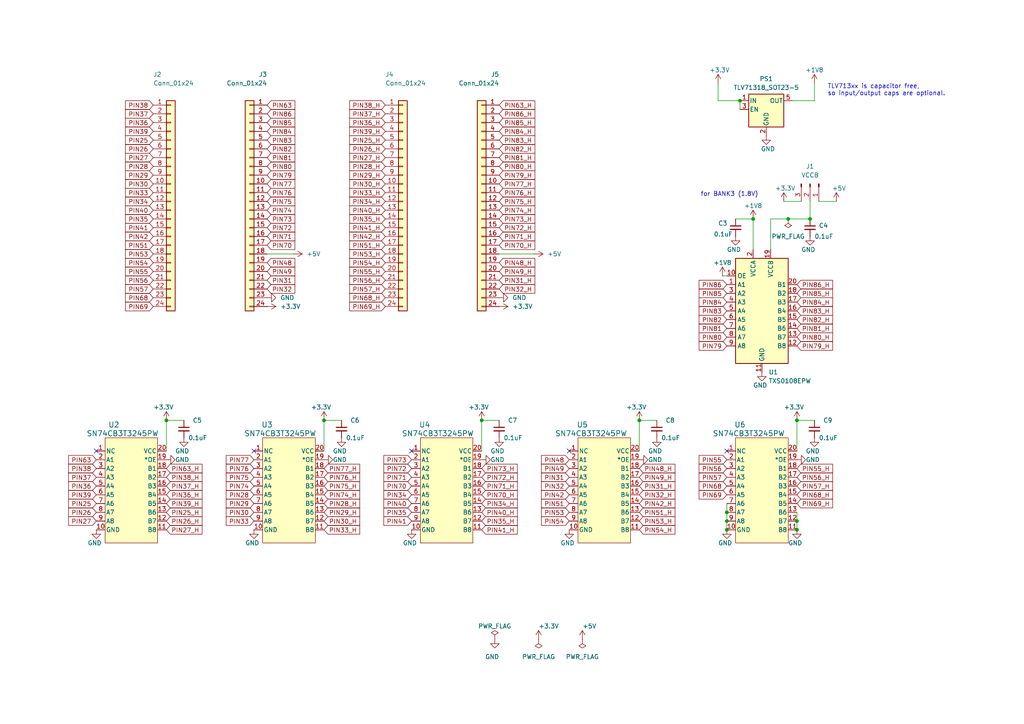
<source format=kicad_sch>
(kicad_sch (version 20231120) (generator "eeschema") (generator_version "8.0")
  (paper "A4")
  (title_block (title "5V interface for TangNano 9K") (date "2024-03-30") (rev "30") (company "Ryo Mukai"))
  (lib_symbols
    (symbol "000_MyLibrary:C_Small" (pin_numbers hide) (pin_names (offset 0.254) hide)
      (property "Reference" "C" (at 0.254 1.778 0))
      (property "Value" "C_Small" (at 0.254 -2.032 0))
      (symbol "C_Small_0_1"
        (polyline (pts (xy -1.524 -0.508) (xy 1.524 -0.508)) (stroke (width 0.3302)))
        (polyline (pts (xy -1.524 0.508) (xy 1.524 0.508)) (stroke (width 0.3048)))
      )
      (symbol "C_Small_1_1"
        (pin passive line (at 0 2.54 270) (length 2.032) (name "~") (number "1"))
        (pin passive line (at 0 -2.54 90) (length 2.032) (name "~") (number "2"))
      )
    )
    (symbol "000_MyLibrary:Conn_01x03_Male" (pin_names (offset 1.016) hide)
      (property "Reference" "J" (at 0 5.08 0))
      (property "Value" "Conn_01x03_Male" (at 0 -5.08 0))
      (symbol "Conn_01x03_Male_1_1"
        (polyline (pts (xy 1.27 -2.54) (xy 0.8636 -2.54)) (stroke (width 0.1524)))
        (polyline (pts (xy 1.27 0) (xy 0.8636 0)) (stroke (width 0.1524)))
        (polyline (pts (xy 1.27 2.54) (xy 0.8636 2.54)) (stroke (width 0.1524)))
        (rectangle (start 0.8636 -2.413) (end 0 -2.667) (stroke (width 0.1524)) (fill (type outline)))
        (rectangle (start 0.8636 0.127) (end 0 -0.127) (stroke (width 0.1524)) (fill (type outline)))
        (rectangle (start 0.8636 2.667) (end 0 2.413) (stroke (width 0.1524)) (fill (type outline)))
        (pin passive line (at 5.08 2.54 180) (length 3.81) (name "Pin_1") (number "1"))
        (pin passive line (at 5.08 0 180) (length 3.81) (name "Pin_2") (number "2"))
        (pin passive line (at 5.08 -2.54 180) (length 3.81) (name "Pin_3") (number "3"))
      )
    )
    (symbol "000_MyLibrary:Conn_01x24" (pin_names (offset 1.016) hide)
      (property "Reference" "J" (at 0 30.48 0))
      (property "Value" "Conn_01x24" (at 0 -33.02 0))
      (symbol "Conn_01x24_1_1"
        (rectangle (start -1.27 -30.353) (end 0 -30.607) (stroke (width 0.1524)))
        (rectangle (start -1.27 -27.813) (end 0 -28.067) (stroke (width 0.1524)))
        (rectangle (start -1.27 -25.273) (end 0 -25.527) (stroke (width 0.1524)))
        (rectangle (start -1.27 -22.733) (end 0 -22.987) (stroke (width 0.1524)))
        (rectangle (start -1.27 -20.193) (end 0 -20.447) (stroke (width 0.1524)))
        (rectangle (start -1.27 -17.653) (end 0 -17.907) (stroke (width 0.1524)))
        (rectangle (start -1.27 -15.113) (end 0 -15.367) (stroke (width 0.1524)))
        (rectangle (start -1.27 -12.573) (end 0 -12.827) (stroke (width 0.1524)))
        (rectangle (start -1.27 -10.033) (end 0 -10.287) (stroke (width 0.1524)))
        (rectangle (start -1.27 -7.493) (end 0 -7.747) (stroke (width 0.1524)))
        (rectangle (start -1.27 -4.953) (end 0 -5.207) (stroke (width 0.1524)))
        (rectangle (start -1.27 -2.413) (end 0 -2.667) (stroke (width 0.1524)))
        (rectangle (start -1.27 0.127) (end 0 -0.127) (stroke (width 0.1524)))
        (rectangle (start -1.27 2.667) (end 0 2.413) (stroke (width 0.1524)))
        (rectangle (start -1.27 5.207) (end 0 4.953) (stroke (width 0.1524)))
        (rectangle (start -1.27 7.747) (end 0 7.493) (stroke (width 0.1524)))
        (rectangle (start -1.27 10.287) (end 0 10.033) (stroke (width 0.1524)))
        (rectangle (start -1.27 12.827) (end 0 12.573) (stroke (width 0.1524)))
        (rectangle (start -1.27 15.367) (end 0 15.113) (stroke (width 0.1524)))
        (rectangle (start -1.27 17.907) (end 0 17.653) (stroke (width 0.1524)))
        (rectangle (start -1.27 20.447) (end 0 20.193) (stroke (width 0.1524)))
        (rectangle (start -1.27 22.987) (end 0 22.733) (stroke (width 0.1524)))
        (rectangle (start -1.27 25.527) (end 0 25.273) (stroke (width 0.1524)))
        (rectangle (start -1.27 28.067) (end 0 27.813) (stroke (width 0.1524)))
        (rectangle (start -1.27 29.21) (end 1.27 -31.75) (stroke (width 0.254)) (fill (type background)))
        (pin passive line (at -5.08 27.94 0) (length 3.81) (name "Pin_1") (number "1"))
        (pin passive line (at -5.08 5.08 0) (length 3.81) (name "Pin_10") (number "10"))
        (pin passive line (at -5.08 2.54 0) (length 3.81) (name "Pin_11") (number "11"))
        (pin passive line (at -5.08 0 0) (length 3.81) (name "Pin_12") (number "12"))
        (pin passive line (at -5.08 -2.54 0) (length 3.81) (name "Pin_13") (number "13"))
        (pin passive line (at -5.08 -5.08 0) (length 3.81) (name "Pin_14") (number "14"))
        (pin passive line (at -5.08 -7.62 0) (length 3.81) (name "Pin_15") (number "15"))
        (pin passive line (at -5.08 -10.16 0) (length 3.81) (name "Pin_16") (number "16"))
        (pin passive line (at -5.08 -12.7 0) (length 3.81) (name "Pin_17") (number "17"))
        (pin passive line (at -5.08 -15.24 0) (length 3.81) (name "Pin_18") (number "18"))
        (pin passive line (at -5.08 -17.78 0) (length 3.81) (name "Pin_19") (number "19"))
        (pin passive line (at -5.08 25.4 0) (length 3.81) (name "Pin_2") (number "2"))
        (pin passive line (at -5.08 -20.32 0) (length 3.81) (name "Pin_20") (number "20"))
        (pin passive line (at -5.08 -22.86 0) (length 3.81) (name "Pin_21") (number "21"))
        (pin passive line (at -5.08 -25.4 0) (length 3.81) (name "Pin_22") (number "22"))
        (pin passive line (at -5.08 -27.94 0) (length 3.81) (name "Pin_23") (number "23"))
        (pin passive line (at -5.08 -30.48 0) (length 3.81) (name "Pin_24") (number "24"))
        (pin passive line (at -5.08 22.86 0) (length 3.81) (name "Pin_3") (number "3"))
        (pin passive line (at -5.08 20.32 0) (length 3.81) (name "Pin_4") (number "4"))
        (pin passive line (at -5.08 17.78 0) (length 3.81) (name "Pin_5") (number "5"))
        (pin passive line (at -5.08 15.24 0) (length 3.81) (name "Pin_6") (number "6"))
        (pin passive line (at -5.08 12.7 0) (length 3.81) (name "Pin_7") (number "7"))
        (pin passive line (at -5.08 10.16 0) (length 3.81) (name "Pin_8") (number "8"))
        (pin passive line (at -5.08 7.62 0) (length 3.81) (name "Pin_9") (number "9"))
      )
    )
    (symbol "000_MyLibrary:SN74CB3T3245PW" (pin_names (offset 0.254))
      (property "Reference" "U" (at -2.54 10.16 0))
      (property "Value" "SN74CB3T3245PW" (at 7.62 7.62 0))
      (symbol "SN74CB3T3245PW_1_1"
        (rectangle (start 7.62 3.81) (end 22.86 -26.67) (fill (type background)))
        (pin unspecified line (at 5.08 0 0) (length 2.54) (name "NC") (number "1"))
        (pin power_in line (at 5.08 -22.86 0) (length 2.54) (name "GND") (number "10"))
        (pin bidirectional line (at 25.4 -22.86 180) (length 2.54) (name "B8") (number "11"))
        (pin bidirectional line (at 25.4 -20.32 180) (length 2.54) (name "B7") (number "12"))
        (pin bidirectional line (at 25.4 -17.78 180) (length 2.54) (name "B6") (number "13"))
        (pin bidirectional line (at 25.4 -15.24 180) (length 2.54) (name "B5") (number "14"))
        (pin bidirectional line (at 25.4 -12.7 180) (length 2.54) (name "B4") (number "15"))
        (pin bidirectional line (at 25.4 -10.16 180) (length 2.54) (name "B3") (number "16"))
        (pin bidirectional line (at 25.4 -7.62 180) (length 2.54) (name "B2") (number "17"))
        (pin bidirectional line (at 25.4 -5.08 180) (length 2.54) (name "B1") (number "18"))
        (pin input line (at 25.4 -2.54 180) (length 2.54) (name "*OE") (number "19"))
        (pin bidirectional line (at 5.08 -2.54 0) (length 2.54) (name "A1") (number "2"))
        (pin power_in line (at 25.4 0 180) (length 2.54) (name "VCC") (number "20"))
        (pin bidirectional line (at 5.08 -5.08 0) (length 2.54) (name "A2") (number "3"))
        (pin bidirectional line (at 5.08 -7.62 0) (length 2.54) (name "A3") (number "4"))
        (pin bidirectional line (at 5.08 -10.16 0) (length 2.54) (name "A4") (number "5"))
        (pin bidirectional line (at 5.08 -12.7 0) (length 2.54) (name "A5") (number "6"))
        (pin bidirectional line (at 5.08 -15.24 0) (length 2.54) (name "A6") (number "7"))
        (pin bidirectional line (at 5.08 -17.78 0) (length 2.54) (name "A7") (number "8"))
        (pin bidirectional line (at 5.08 -20.32 0) (length 2.54) (name "A8") (number "9"))
      )
    )
    (symbol "000_MyLibrary:TLV71318_SOT23-5" (pin_names (offset 0.254))
      (property "Reference" "PS" (at -3.81 5.715 0))
      (property "Value" "TLV71318_SOT23-5" (at 0 5.715 0))
      (symbol "TLV71318_SOT23-5_0_1"
        (rectangle (start -5.08 4.445) (end 5.08 -5.08) (stroke (width 0.254)) (fill (type background)))
      )
      (symbol "TLV71318_SOT23-5_1_1"
        (pin power_in line (at -7.62 2.54 0) (length 2.54) (name "IN") (number "1"))
        (pin power_in line (at 0 -7.62 90) (length 2.54) (name "GND") (number "2"))
        (pin input line (at -7.62 0 0) (length 2.54) (name "EN") (number "3"))
        (pin no_connect line (at 5.08 0 180) (length 2.54) hide (name "NC") (number "4"))
        (pin power_out line (at 7.62 2.54 180) (length 2.54) (name "OUT") (number "5"))
      )
    )
    (symbol "000_MyLibrary:TXS0108EPW"
      (property "Reference" "U" (at -6.35 16.51 0))
      (property "Value" "TXS0108EPW" (at 3.81 16.51 0))
      (symbol "TXS0108EPW_0_1"
        (rectangle (start -7.62 15.24) (end 7.62 -15.24) (stroke (width 0.254)) (fill (type background)))
      )
      (symbol "TXS0108EPW_1_1"
        (pin bidirectional line (at -10.16 7.62 0) (length 2.54) (name "A1") (number "1"))
        (pin input line (at -10.16 10.16 0) (length 2.54) (name "OE") (number "10"))
        (pin power_in line (at 0 -17.78 90) (length 2.54) (name "GND") (number "11"))
        (pin bidirectional line (at 10.16 -10.16 180) (length 2.54) (name "B8") (number "12"))
        (pin bidirectional line (at 10.16 -7.62 180) (length 2.54) (name "B7") (number "13"))
        (pin bidirectional line (at 10.16 -5.08 180) (length 2.54) (name "B6") (number "14"))
        (pin bidirectional line (at 10.16 -2.54 180) (length 2.54) (name "B5") (number "15"))
        (pin bidirectional line (at 10.16 0 180) (length 2.54) (name "B4") (number "16"))
        (pin bidirectional line (at 10.16 2.54 180) (length 2.54) (name "B3") (number "17"))
        (pin bidirectional line (at 10.16 5.08 180) (length 2.54) (name "B2") (number "18"))
        (pin power_in line (at 2.54 17.78 270) (length 2.54) (name "VCCB") (number "19"))
        (pin power_in line (at -2.54 17.78 270) (length 2.54) (name "VCCA") (number "2"))
        (pin bidirectional line (at 10.16 7.62 180) (length 2.54) (name "B1") (number "20"))
        (pin bidirectional line (at -10.16 5.08 0) (length 2.54) (name "A2") (number "3"))
        (pin bidirectional line (at -10.16 2.54 0) (length 2.54) (name "A3") (number "4"))
        (pin bidirectional line (at -10.16 0 0) (length 2.54) (name "A4") (number "5"))
        (pin bidirectional line (at -10.16 -2.54 0) (length 2.54) (name "A5") (number "6"))
        (pin bidirectional line (at -10.16 -5.08 0) (length 2.54) (name "A6") (number "7"))
        (pin bidirectional line (at -10.16 -7.62 0) (length 2.54) (name "A7") (number "8"))
        (pin bidirectional line (at -10.16 -10.16 0) (length 2.54) (name "A8") (number "9"))
      )
    )
    (symbol "power:+1V8" (power) (pin_numbers hide) (pin_names (offset 0) hide)
      (property "Value" "+1V8" (at 0 3.556 0))
      (symbol "+1V8_0_1"
        (polyline (pts (xy -0.762 1.27) (xy 0 2.54)))
        (polyline (pts (xy 0 0) (xy 0 2.54)))
        (polyline (pts (xy 0 2.54) (xy 0.762 1.27)))
      )
      (symbol "+1V8_1_1"
        (pin power_in line (at 0 0 90) (length 0) (name "~") (number "1"))
      )
    )
    (symbol "power:+3.3V" (power) (pin_numbers hide) (pin_names (offset 0) hide)
      (property "Value" "+3.3V" (at 0 3.556 0))
      (symbol "+3.3V_0_1"
        (polyline (pts (xy -0.762 1.27) (xy 0 2.54)))
        (polyline (pts (xy 0 0) (xy 0 2.54)))
        (polyline (pts (xy 0 2.54) (xy 0.762 1.27)))
      )
      (symbol "+3.3V_1_1"
        (pin power_in line (at 0 0 90) (length 0) (name "~") (number "1"))
      )
    )
    (symbol "power:+5V" (power) (pin_numbers hide) (pin_names (offset 0) hide)
      (property "Value" "+5V" (at 0 3.556 0))
      (symbol "+5V_0_1"
        (polyline (pts (xy -0.762 1.27) (xy 0 2.54)))
        (polyline (pts (xy 0 0) (xy 0 2.54)))
        (polyline (pts (xy 0 2.54) (xy 0.762 1.27)))
      )
      (symbol "+5V_1_1"
        (pin power_in line (at 0 0 90) (length 0) (name "~") (number "1"))
      )
    )
    (symbol "power:GND" (power) (pin_numbers hide) (pin_names (offset 0) hide)
      (property "Value" "GND" (at 0 -3.81 0))
      (symbol "GND_0_1"
        (polyline (pts (xy 0 0) (xy 0 -1.27) (xy 1.27 -1.27) (xy 0 -2.54) (xy -1.27 -1.27) (xy 0 -1.27)))
      )
      (symbol "GND_1_1"
        (pin power_in line (at 0 0 270) (length 0) (name "~") (number "1"))
      )
    )
    (symbol "power:PWR_FLAG" (power) (pin_numbers hide) (pin_names (offset 0) hide)
      (property "Value" "PWR_FLAG" (at 0 3.81 0))
      (symbol "PWR_FLAG_0_0"
        (pin power_out line (at 0 0 90) (length 0) (name "~") (number "1"))
      )
      (symbol "PWR_FLAG_0_1"
        (polyline (pts (xy 0 0) (xy 0 1.27) (xy -1.016 1.905) (xy 0 2.54) (xy 1.016 1.905) (xy 0 1.27)))
      )
    )
  )
  (junction (at 228.6 63.5))
  (junction (at 234.95 63.5))
  (junction (at 185.42 121.92))
  (junction (at 210.82 151.13))
  (junction (at 231.14 153.67))
  (junction (at 210.82 148.59))
  (junction (at 231.14 121.92))
  (junction (at 231.14 151.13))
  (junction (at 93.98 121.92))
  (junction (at 48.26 121.92))
  (junction (at 218.44 63.5))
  (junction (at 139.7 121.92))
  (junction (at 210.82 153.67))
  (junction (at 214.63 29.21))
  (no_connect (at 210.82 130.81))
  (no_connect (at 73.66 130.81))
  (no_connect (at 27.94 130.81))
  (no_connect (at 119.38 130.81))
  (no_connect (at 165.1 130.81))
  (wire (pts (xy 48.26 121.92) (xy 53.34 121.92)))
  (wire (pts (xy 185.42 121.92) (xy 185.42 130.81)))
  (wire (pts (xy 210.82 146.05) (xy 210.82 148.59)))
  (wire (pts (xy 231.14 121.92) (xy 231.14 130.81)))
  (wire (pts (xy 208.28 29.21) (xy 214.63 29.21)))
  (wire (pts (xy 213.36 63.5) (xy 218.44 63.5)))
  (wire (pts (xy 234.95 58.42) (xy 234.95 63.5)))
  (wire (pts (xy 208.28 24.13) (xy 208.28 29.21)))
  (wire (pts (xy 85.09 73.66) (xy 77.47 73.66)))
  (wire (pts (xy 93.98 121.92) (xy 93.98 130.81)))
  (wire (pts (xy 227.33 58.42) (xy 232.41 58.42)))
  (wire (pts (xy 223.52 63.5) (xy 223.52 72.39)))
  (wire (pts (xy 229.87 29.21) (xy 236.22 29.21)))
  (wire (pts (xy 231.14 151.13) (xy 231.14 153.67)))
  (wire (pts (xy 236.22 24.13) (xy 236.22 29.21)))
  (wire (pts (xy 185.42 121.92) (xy 190.5 121.92)))
  (wire (pts (xy 48.26 121.92) (xy 48.26 130.81)))
  (wire (pts (xy 139.7 121.92) (xy 139.7 130.81)))
  (wire (pts (xy 210.82 151.13) (xy 210.82 153.67)))
  (wire (pts (xy 223.52 63.5) (xy 228.6 63.5)))
  (wire (pts (xy 228.6 63.5) (xy 234.95 63.5)))
  (wire (pts (xy 93.98 121.92) (xy 99.06 121.92)))
  (wire (pts (xy 237.49 58.42) (xy 242.57 58.42)))
  (wire (pts (xy 231.14 121.92) (xy 236.22 121.92)))
  (wire (pts (xy 218.44 63.5) (xy 218.44 72.39)))
  (wire (pts (xy 210.82 148.59) (xy 210.82 151.13)))
  (wire (pts (xy 209.55 80.01) (xy 210.82 80.01)))
  (wire (pts (xy 154.94 73.66) (xy 144.78 73.66)))
  (wire (pts (xy 231.14 148.59) (xy 231.14 151.13)))
  (wire (pts (xy 139.7 121.92) (xy 144.78 121.92)))
  (wire (pts (xy 214.63 29.21) (xy 214.63 31.75)))
  (text "for BANK3 (1.8V)" (at 203.2 57.15 0) (effects (font (size 1.27 1.27)) (justify left bottom)))
  (text "TLV713xx is capacitor free,\nso input/output caps are optional." (at 240.03 27.94 0) (effects (font (size 1.27 1.27)) (justify left bottom)))
  (global_label "PIN71" (shape input) (at 77.47 68.58 0) (property "Intersheetrefs" "${INTERSHEET_REFS}" (effects (hide yes))))
  (global_label "PIN48" (shape input) (at 165.1 133.35 180) (property "Intersheetrefs" "${INTERSHEET_REFS}" (effects (hide yes))))
  (global_label "PIN31" (shape input) (at 77.47 81.28 0) (property "Intersheetrefs" "${INTERSHEET_REFS}" (effects (hide yes))))
  (global_label "PIN26_H" (shape input) (at 111.76 43.18 180) (property "Intersheetrefs" "${INTERSHEET_REFS}" (effects (hide yes))))
  (global_label "PIN86" (shape input) (at 210.82 82.55 180) (property "Intersheetrefs" "${INTERSHEET_REFS}" (effects (hide yes))))
  (global_label "PIN63" (shape input) (at 77.47 30.48 0) (property "Intersheetrefs" "${INTERSHEET_REFS}" (effects (hide yes))))
  (global_label "PIN37" (shape input) (at 27.94 138.43 180) (property "Intersheetrefs" "${INTERSHEET_REFS}" (effects (hide yes))))
  (global_label "PIN35_H" (shape input) (at 111.76 63.5 180) (property "Intersheetrefs" "${INTERSHEET_REFS}" (effects (hide yes))))
  (global_label "PIN51_H" (shape input) (at 185.42 148.59 0) (property "Intersheetrefs" "${INTERSHEET_REFS}" (effects (hide yes))))
  (global_label "PIN77" (shape input) (at 77.47 53.34 0) (property "Intersheetrefs" "${INTERSHEET_REFS}" (effects (hide yes))))
  (global_label "PIN79_H" (shape input) (at 144.78 50.8 0) (property "Intersheetrefs" "${INTERSHEET_REFS}" (effects (hide yes))))
  (global_label "PIN29" (shape input) (at 44.45 50.8 180) (property "Intersheetrefs" "${INTERSHEET_REFS}" (effects (hide yes))))
  (global_label "PIN75_H" (shape input) (at 93.98 140.97 0) (property "Intersheetrefs" "${INTERSHEET_REFS}" (effects (hide yes))))
  (global_label "PIN81_H" (shape input) (at 144.78 45.72 0) (property "Intersheetrefs" "${INTERSHEET_REFS}" (effects (hide yes))))
  (global_label "PIN81" (shape input) (at 77.47 45.72 0) (property "Intersheetrefs" "${INTERSHEET_REFS}" (effects (hide yes))))
  (global_label "PIN25" (shape input) (at 27.94 146.05 180) (property "Intersheetrefs" "${INTERSHEET_REFS}" (effects (hide yes))))
  (global_label "PIN83_H" (shape input) (at 231.14 90.17 0) (property "Intersheetrefs" "${INTERSHEET_REFS}" (effects (hide yes))))
  (global_label "PIN34" (shape input) (at 44.45 58.42 180) (property "Intersheetrefs" "${INTERSHEET_REFS}" (effects (hide yes))))
  (global_label "PIN57" (shape input) (at 210.82 138.43 180) (property "Intersheetrefs" "${INTERSHEET_REFS}" (effects (hide yes))))
  (global_label "PIN25_H" (shape input) (at 48.26 148.59 0) (property "Intersheetrefs" "${INTERSHEET_REFS}" (effects (hide yes))))
  (global_label "PIN75_H" (shape input) (at 144.78 58.42 0) (property "Intersheetrefs" "${INTERSHEET_REFS}" (effects (hide yes))))
  (global_label "PIN69_H" (shape input) (at 111.76 88.9 180) (property "Intersheetrefs" "${INTERSHEET_REFS}" (effects (hide yes))))
  (global_label "PIN49" (shape input) (at 77.47 78.74 0) (property "Intersheetrefs" "${INTERSHEET_REFS}" (effects (hide yes))))
  (global_label "PIN49_H" (shape input) (at 144.78 78.74 0) (property "Intersheetrefs" "${INTERSHEET_REFS}" (effects (hide yes))))
  (global_label "PIN28" (shape input) (at 73.66 143.51 180) (property "Intersheetrefs" "${INTERSHEET_REFS}" (effects (hide yes))))
  (global_label "PIN83_H" (shape input) (at 144.78 40.64 0) (property "Intersheetrefs" "${INTERSHEET_REFS}" (effects (hide yes))))
  (global_label "PIN48_H" (shape input) (at 144.78 76.2 0) (property "Intersheetrefs" "${INTERSHEET_REFS}" (effects (hide yes))))
  (global_label "PIN82" (shape input) (at 77.47 43.18 0) (property "Intersheetrefs" "${INTERSHEET_REFS}" (effects (hide yes))))
  (global_label "PIN69_H" (shape input) (at 231.14 146.05 0) (property "Intersheetrefs" "${INTERSHEET_REFS}" (effects (hide yes))))
  (global_label "PIN85" (shape input) (at 210.82 85.09 180) (property "Intersheetrefs" "${INTERSHEET_REFS}" (effects (hide yes))))
  (global_label "PIN77" (shape input) (at 73.66 133.35 180) (property "Intersheetrefs" "${INTERSHEET_REFS}" (effects (hide yes))))
  (global_label "PIN72_H" (shape input) (at 144.78 66.04 0) (property "Intersheetrefs" "${INTERSHEET_REFS}" (effects (hide yes))))
  (global_label "PIN28_H" (shape input) (at 111.76 48.26 180) (property "Intersheetrefs" "${INTERSHEET_REFS}" (effects (hide yes))))
  (global_label "PIN74" (shape input) (at 77.47 60.96 0) (property "Intersheetrefs" "${INTERSHEET_REFS}" (effects (hide yes))))
  (global_label "PIN68_H" (shape input) (at 111.76 86.36 180) (property "Intersheetrefs" "${INTERSHEET_REFS}" (effects (hide yes))))
  (global_label "PIN82" (shape input) (at 210.82 92.71 180) (property "Intersheetrefs" "${INTERSHEET_REFS}" (effects (hide yes))))
  (global_label "PIN40_H" (shape input) (at 139.7 148.59 0) (property "Intersheetrefs" "${INTERSHEET_REFS}" (effects (hide yes))))
  (global_label "PIN56" (shape input) (at 210.82 135.89 180) (property "Intersheetrefs" "${INTERSHEET_REFS}" (effects (hide yes))))
  (global_label "PIN40_H" (shape input) (at 111.76 60.96 180) (property "Intersheetrefs" "${INTERSHEET_REFS}" (effects (hide yes))))
  (global_label "PIN42" (shape input) (at 44.45 68.58 180) (property "Intersheetrefs" "${INTERSHEET_REFS}" (effects (hide yes))))
  (global_label "PIN34" (shape input) (at 119.38 143.51 180) (property "Intersheetrefs" "${INTERSHEET_REFS}" (effects (hide yes))))
  (global_label "PIN28_H" (shape input) (at 93.98 146.05 0) (property "Intersheetrefs" "${INTERSHEET_REFS}" (effects (hide yes))))
  (global_label "PIN25" (shape input) (at 44.45 40.64 180) (property "Intersheetrefs" "${INTERSHEET_REFS}" (effects (hide yes))))
  (global_label "PIN29_H" (shape input) (at 111.76 50.8 180) (property "Intersheetrefs" "${INTERSHEET_REFS}" (effects (hide yes))))
  (global_label "PIN55_H" (shape input) (at 231.14 135.89 0) (property "Intersheetrefs" "${INTERSHEET_REFS}" (effects (hide yes))))
  (global_label "PIN83" (shape input) (at 210.82 90.17 180) (property "Intersheetrefs" "${INTERSHEET_REFS}" (effects (hide yes))))
  (global_label "PIN39_H" (shape input) (at 111.76 38.1 180) (property "Intersheetrefs" "${INTERSHEET_REFS}" (effects (hide yes))))
  (global_label "PIN42_H" (shape input) (at 111.76 68.58 180) (property "Intersheetrefs" "${INTERSHEET_REFS}" (effects (hide yes))))
  (global_label "PIN79" (shape input) (at 210.82 100.33 180) (property "Intersheetrefs" "${INTERSHEET_REFS}" (effects (hide yes))))
  (global_label "PIN31_H" (shape input) (at 185.42 140.97 0) (property "Intersheetrefs" "${INTERSHEET_REFS}" (effects (hide yes))))
  (global_label "PIN80_H" (shape input) (at 144.78 48.26 0) (property "Intersheetrefs" "${INTERSHEET_REFS}" (effects (hide yes))))
  (global_label "PIN40" (shape input) (at 119.38 146.05 180) (property "Intersheetrefs" "${INTERSHEET_REFS}" (effects (hide yes))))
  (global_label "PIN57_H" (shape input) (at 111.76 83.82 180) (property "Intersheetrefs" "${INTERSHEET_REFS}" (effects (hide yes))))
  (global_label "PIN40" (shape input) (at 44.45 60.96 180) (property "Intersheetrefs" "${INTERSHEET_REFS}" (effects (hide yes))))
  (global_label "PIN84_H" (shape input) (at 144.78 38.1 0) (property "Intersheetrefs" "${INTERSHEET_REFS}" (effects (hide yes))))
  (global_label "PIN56_H" (shape input) (at 111.76 81.28 180) (property "Intersheetrefs" "${INTERSHEET_REFS}" (effects (hide yes))))
  (global_label "PIN54_H" (shape input) (at 111.76 76.2 180) (property "Intersheetrefs" "${INTERSHEET_REFS}" (effects (hide yes))))
  (global_label "PIN42" (shape input) (at 165.1 143.51 180) (property "Intersheetrefs" "${INTERSHEET_REFS}" (effects (hide yes))))
  (global_label "PIN76_H" (shape input) (at 93.98 138.43 0) (property "Intersheetrefs" "${INTERSHEET_REFS}" (effects (hide yes))))
  (global_label "PIN38_H" (shape input) (at 48.26 138.43 0) (property "Intersheetrefs" "${INTERSHEET_REFS}" (effects (hide yes))))
  (global_label "PIN63" (shape input) (at 27.94 133.35 180) (property "Intersheetrefs" "${INTERSHEET_REFS}" (effects (hide yes))))
  (global_label "PIN29_H" (shape input) (at 93.98 148.59 0) (property "Intersheetrefs" "${INTERSHEET_REFS}" (effects (hide yes))))
  (global_label "PIN51" (shape input) (at 44.45 71.12 180) (property "Intersheetrefs" "${INTERSHEET_REFS}" (effects (hide yes))))
  (global_label "PIN32" (shape input) (at 165.1 140.97 180) (property "Intersheetrefs" "${INTERSHEET_REFS}" (effects (hide yes))))
  (global_label "PIN84" (shape input) (at 210.82 87.63 180) (property "Intersheetrefs" "${INTERSHEET_REFS}" (effects (hide yes))))
  (global_label "PIN76" (shape input) (at 77.47 55.88 0) (property "Intersheetrefs" "${INTERSHEET_REFS}" (effects (hide yes))))
  (global_label "PIN82_H" (shape input) (at 144.78 43.18 0) (property "Intersheetrefs" "${INTERSHEET_REFS}" (effects (hide yes))))
  (global_label "PIN86_H" (shape input) (at 231.14 82.55 0) (property "Intersheetrefs" "${INTERSHEET_REFS}" (effects (hide yes))))
  (global_label "PIN80" (shape input) (at 210.82 97.79 180) (property "Intersheetrefs" "${INTERSHEET_REFS}" (effects (hide yes))))
  (global_label "PIN70" (shape input) (at 119.38 140.97 180) (property "Intersheetrefs" "${INTERSHEET_REFS}" (effects (hide yes))))
  (global_label "PIN55" (shape input) (at 210.82 133.35 180) (property "Intersheetrefs" "${INTERSHEET_REFS}" (effects (hide yes))))
  (global_label "PIN57" (shape input) (at 44.45 83.82 180) (property "Intersheetrefs" "${INTERSHEET_REFS}" (effects (hide yes))))
  (global_label "PIN37_H" (shape input) (at 48.26 140.97 0) (property "Intersheetrefs" "${INTERSHEET_REFS}" (effects (hide yes))))
  (global_label "PIN53" (shape input) (at 44.45 73.66 180) (property "Intersheetrefs" "${INTERSHEET_REFS}" (effects (hide yes))))
  (global_label "PIN56_H" (shape input) (at 231.14 138.43 0) (property "Intersheetrefs" "${INTERSHEET_REFS}" (effects (hide yes))))
  (global_label "PIN75" (shape input) (at 73.66 138.43 180) (property "Intersheetrefs" "${INTERSHEET_REFS}" (effects (hide yes))))
  (global_label "PIN37_H" (shape input) (at 111.76 33.02 180) (property "Intersheetrefs" "${INTERSHEET_REFS}" (effects (hide yes))))
  (global_label "PIN30" (shape input) (at 73.66 148.59 180) (property "Intersheetrefs" "${INTERSHEET_REFS}" (effects (hide yes))))
  (global_label "PIN41_H" (shape input) (at 139.7 153.67 0) (property "Intersheetrefs" "${INTERSHEET_REFS}" (effects (hide yes))))
  (global_label "PIN42_H" (shape input) (at 185.42 146.05 0) (property "Intersheetrefs" "${INTERSHEET_REFS}" (effects (hide yes))))
  (global_label "PIN85" (shape input) (at 77.47 35.56 0) (property "Intersheetrefs" "${INTERSHEET_REFS}" (effects (hide yes))))
  (global_label "PIN77_H" (shape input) (at 144.78 53.34 0) (property "Intersheetrefs" "${INTERSHEET_REFS}" (effects (hide yes))))
  (global_label "PIN68" (shape input) (at 210.82 140.97 180) (property "Intersheetrefs" "${INTERSHEET_REFS}" (effects (hide yes))))
  (global_label "PIN37" (shape input) (at 44.45 33.02 180) (property "Intersheetrefs" "${INTERSHEET_REFS}" (effects (hide yes))))
  (global_label "PIN41" (shape input) (at 119.38 151.13 180) (property "Intersheetrefs" "${INTERSHEET_REFS}" (effects (hide yes))))
  (global_label "PIN82_H" (shape input) (at 231.14 92.71 0) (property "Intersheetrefs" "${INTERSHEET_REFS}" (effects (hide yes))))
  (global_label "PIN73_H" (shape input) (at 144.78 63.5 0) (property "Intersheetrefs" "${INTERSHEET_REFS}" (effects (hide yes))))
  (global_label "PIN73_H" (shape input) (at 139.7 135.89 0) (property "Intersheetrefs" "${INTERSHEET_REFS}" (effects (hide yes))))
  (global_label "PIN72" (shape input) (at 77.47 66.04 0) (property "Intersheetrefs" "${INTERSHEET_REFS}" (effects (hide yes))))
  (global_label "PIN39" (shape input) (at 44.45 38.1 180) (property "Intersheetrefs" "${INTERSHEET_REFS}" (effects (hide yes))))
  (global_label "PIN55_H" (shape input) (at 111.76 78.74 180) (property "Intersheetrefs" "${INTERSHEET_REFS}" (effects (hide yes))))
  (global_label "PIN27_H" (shape input) (at 48.26 153.67 0) (property "Intersheetrefs" "${INTERSHEET_REFS}" (effects (hide yes))))
  (global_label "PIN80" (shape input) (at 77.47 48.26 0) (property "Intersheetrefs" "${INTERSHEET_REFS}" (effects (hide yes))))
  (global_label "PIN35" (shape input) (at 44.45 63.5 180) (property "Intersheetrefs" "${INTERSHEET_REFS}" (effects (hide yes))))
  (global_label "PIN38_H" (shape input) (at 111.76 30.48 180) (property "Intersheetrefs" "${INTERSHEET_REFS}" (effects (hide yes))))
  (global_label "PIN54_H" (shape input) (at 185.42 153.67 0) (property "Intersheetrefs" "${INTERSHEET_REFS}" (effects (hide yes))))
  (global_label "PIN71" (shape input) (at 119.38 138.43 180) (property "Intersheetrefs" "${INTERSHEET_REFS}" (effects (hide yes))))
  (global_label "PIN34_H" (shape input) (at 111.76 58.42 180) (property "Intersheetrefs" "${INTERSHEET_REFS}" (effects (hide yes))))
  (global_label "PIN84" (shape input) (at 77.47 38.1 0) (property "Intersheetrefs" "${INTERSHEET_REFS}" (effects (hide yes))))
  (global_label "PIN84_H" (shape input) (at 231.14 87.63 0) (property "Intersheetrefs" "${INTERSHEET_REFS}" (effects (hide yes))))
  (global_label "PIN86_H" (shape input) (at 144.78 33.02 0) (property "Intersheetrefs" "${INTERSHEET_REFS}" (effects (hide yes))))
  (global_label "PIN33_H" (shape input) (at 93.98 153.67 0) (property "Intersheetrefs" "${INTERSHEET_REFS}" (effects (hide yes))))
  (global_label "PIN73" (shape input) (at 77.47 63.5 0) (property "Intersheetrefs" "${INTERSHEET_REFS}" (effects (hide yes))))
  (global_label "PIN72" (shape input) (at 119.38 135.89 180) (property "Intersheetrefs" "${INTERSHEET_REFS}" (effects (hide yes))))
  (global_label "PIN31" (shape input) (at 165.1 138.43 180) (property "Intersheetrefs" "${INTERSHEET_REFS}" (effects (hide yes))))
  (global_label "PIN72_H" (shape input) (at 139.7 138.43 0) (property "Intersheetrefs" "${INTERSHEET_REFS}" (effects (hide yes))))
  (global_label "PIN68" (shape input) (at 44.45 86.36 180) (property "Intersheetrefs" "${INTERSHEET_REFS}" (effects (hide yes))))
  (global_label "PIN35" (shape input) (at 119.38 148.59 180) (property "Intersheetrefs" "${INTERSHEET_REFS}" (effects (hide yes))))
  (global_label "PIN25_H" (shape input) (at 111.76 40.64 180) (property "Intersheetrefs" "${INTERSHEET_REFS}" (effects (hide yes))))
  (global_label "PIN53_H" (shape input) (at 185.42 151.13 0) (property "Intersheetrefs" "${INTERSHEET_REFS}" (effects (hide yes))))
  (global_label "PIN38" (shape input) (at 44.45 30.48 180) (property "Intersheetrefs" "${INTERSHEET_REFS}" (effects (hide yes))))
  (global_label "PIN85_H" (shape input) (at 144.78 35.56 0) (property "Intersheetrefs" "${INTERSHEET_REFS}" (effects (hide yes))))
  (global_label "PIN80_H" (shape input) (at 231.14 97.79 0) (property "Intersheetrefs" "${INTERSHEET_REFS}" (effects (hide yes))))
  (global_label "PIN70_H" (shape input) (at 139.7 143.51 0) (property "Intersheetrefs" "${INTERSHEET_REFS}" (effects (hide yes))))
  (global_label "PIN54" (shape input) (at 44.45 76.2 180) (property "Intersheetrefs" "${INTERSHEET_REFS}" (effects (hide yes))))
  (global_label "PIN32" (shape input) (at 77.47 83.82 0) (property "Intersheetrefs" "${INTERSHEET_REFS}" (effects (hide yes))))
  (global_label "PIN71_H" (shape input) (at 144.78 68.58 0) (property "Intersheetrefs" "${INTERSHEET_REFS}" (effects (hide yes))))
  (global_label "PIN55" (shape input) (at 44.45 78.74 180) (property "Intersheetrefs" "${INTERSHEET_REFS}" (effects (hide yes))))
  (global_label "PIN28" (shape input) (at 44.45 48.26 180) (property "Intersheetrefs" "${INTERSHEET_REFS}" (effects (hide yes))))
  (global_label "PIN36" (shape input) (at 27.94 140.97 180) (property "Intersheetrefs" "${INTERSHEET_REFS}" (effects (hide yes))))
  (global_label "PIN70_H" (shape input) (at 144.78 71.12 0) (property "Intersheetrefs" "${INTERSHEET_REFS}" (effects (hide yes))))
  (global_label "PIN30_H" (shape input) (at 93.98 151.13 0) (property "Intersheetrefs" "${INTERSHEET_REFS}" (effects (hide yes))))
  (global_label "PIN57_H" (shape input) (at 231.14 140.97 0) (property "Intersheetrefs" "${INTERSHEET_REFS}" (effects (hide yes))))
  (global_label "PIN29" (shape input) (at 73.66 146.05 180) (property "Intersheetrefs" "${INTERSHEET_REFS}" (effects (hide yes))))
  (global_label "PIN27_H" (shape input) (at 111.76 45.72 180) (property "Intersheetrefs" "${INTERSHEET_REFS}" (effects (hide yes))))
  (global_label "PIN51" (shape input) (at 165.1 146.05 180) (property "Intersheetrefs" "${INTERSHEET_REFS}" (effects (hide yes))))
  (global_label "PIN26" (shape input) (at 27.94 148.59 180) (property "Intersheetrefs" "${INTERSHEET_REFS}" (effects (hide yes))))
  (global_label "PIN36_H" (shape input) (at 111.76 35.56 180) (property "Intersheetrefs" "${INTERSHEET_REFS}" (effects (hide yes))))
  (global_label "PIN27" (shape input) (at 44.45 45.72 180) (property "Intersheetrefs" "${INTERSHEET_REFS}" (effects (hide yes))))
  (global_label "PIN70" (shape input) (at 77.47 71.12 0) (property "Intersheetrefs" "${INTERSHEET_REFS}" (effects (hide yes))))
  (global_label "PIN32_H" (shape input) (at 144.78 83.82 0) (property "Intersheetrefs" "${INTERSHEET_REFS}" (effects (hide yes))))
  (global_label "PIN38" (shape input) (at 27.94 135.89 180) (property "Intersheetrefs" "${INTERSHEET_REFS}" (effects (hide yes))))
  (global_label "PIN51_H" (shape input) (at 111.76 71.12 180) (property "Intersheetrefs" "${INTERSHEET_REFS}" (effects (hide yes))))
  (global_label "PIN68_H" (shape input) (at 231.14 143.51 0) (property "Intersheetrefs" "${INTERSHEET_REFS}" (effects (hide yes))))
  (global_label "PIN39_H" (shape input) (at 48.26 146.05 0) (property "Intersheetrefs" "${INTERSHEET_REFS}" (effects (hide yes))))
  (global_label "PIN32_H" (shape input) (at 185.42 143.51 0) (property "Intersheetrefs" "${INTERSHEET_REFS}" (effects (hide yes))))
  (global_label "PIN63_H" (shape input) (at 48.26 135.89 0) (property "Intersheetrefs" "${INTERSHEET_REFS}" (effects (hide yes))))
  (global_label "PIN85_H" (shape input) (at 231.14 85.09 0) (property "Intersheetrefs" "${INTERSHEET_REFS}" (effects (hide yes))))
  (global_label "PIN26" (shape input) (at 44.45 43.18 180) (property "Intersheetrefs" "${INTERSHEET_REFS}" (effects (hide yes))))
  (global_label "PIN73" (shape input) (at 119.38 133.35 180) (property "Intersheetrefs" "${INTERSHEET_REFS}" (effects (hide yes))))
  (global_label "PIN75" (shape input) (at 77.47 58.42 0) (property "Intersheetrefs" "${INTERSHEET_REFS}" (effects (hide yes))))
  (global_label "PIN36" (shape input) (at 44.45 35.56 180) (property "Intersheetrefs" "${INTERSHEET_REFS}" (effects (hide yes))))
  (global_label "PIN26_H" (shape input) (at 48.26 151.13 0) (property "Intersheetrefs" "${INTERSHEET_REFS}" (effects (hide yes))))
  (global_label "PIN81" (shape input) (at 210.82 95.25 180) (property "Intersheetrefs" "${INTERSHEET_REFS}" (effects (hide yes))))
  (global_label "PIN33_H" (shape input) (at 111.76 55.88 180) (property "Intersheetrefs" "${INTERSHEET_REFS}" (effects (hide yes))))
  (global_label "PIN81_H" (shape input) (at 231.14 95.25 0) (property "Intersheetrefs" "${INTERSHEET_REFS}" (effects (hide yes))))
  (global_label "PIN74_H" (shape input) (at 144.78 60.96 0) (property "Intersheetrefs" "${INTERSHEET_REFS}" (effects (hide yes))))
  (global_label "PIN53_H" (shape input) (at 111.76 73.66 180) (property "Intersheetrefs" "${INTERSHEET_REFS}" (effects (hide yes))))
  (global_label "PIN34_H" (shape input) (at 139.7 146.05 0) (property "Intersheetrefs" "${INTERSHEET_REFS}" (effects (hide yes))))
  (global_label "PIN69" (shape input) (at 210.82 143.51 180) (property "Intersheetrefs" "${INTERSHEET_REFS}" (effects (hide yes))))
  (global_label "PIN33" (shape input) (at 44.45 55.88 180) (property "Intersheetrefs" "${INTERSHEET_REFS}" (effects (hide yes))))
  (global_label "PIN49_H" (shape input) (at 185.42 138.43 0) (property "Intersheetrefs" "${INTERSHEET_REFS}" (effects (hide yes))))
  (global_label "PIN36_H" (shape input) (at 48.26 143.51 0) (property "Intersheetrefs" "${INTERSHEET_REFS}" (effects (hide yes))))
  (global_label "PIN54" (shape input) (at 165.1 151.13 180) (property "Intersheetrefs" "${INTERSHEET_REFS}" (effects (hide yes))))
  (global_label "PIN53" (shape input) (at 165.1 148.59 180) (property "Intersheetrefs" "${INTERSHEET_REFS}" (effects (hide yes))))
  (global_label "PIN76" (shape input) (at 73.66 135.89 180) (property "Intersheetrefs" "${INTERSHEET_REFS}" (effects (hide yes))))
  (global_label "PIN30" (shape input) (at 44.45 53.34 180) (property "Intersheetrefs" "${INTERSHEET_REFS}" (effects (hide yes))))
  (global_label "PIN48" (shape input) (at 77.47 76.2 0) (property "Intersheetrefs" "${INTERSHEET_REFS}" (effects (hide yes))))
  (global_label "PIN35_H" (shape input) (at 139.7 151.13 0) (property "Intersheetrefs" "${INTERSHEET_REFS}" (effects (hide yes))))
  (global_label "PIN71_H" (shape input) (at 139.7 140.97 0) (property "Intersheetrefs" "${INTERSHEET_REFS}" (effects (hide yes))))
  (global_label "PIN41_H" (shape input) (at 111.76 66.04 180) (property "Intersheetrefs" "${INTERSHEET_REFS}" (effects (hide yes))))
  (global_label "PIN83" (shape input) (at 77.47 40.64 0) (property "Intersheetrefs" "${INTERSHEET_REFS}" (effects (hide yes))))
  (global_label "PIN48_H" (shape input) (at 185.42 135.89 0) (property "Intersheetrefs" "${INTERSHEET_REFS}" (effects (hide yes))))
  (global_label "PIN31_H" (shape input) (at 144.78 81.28 0) (property "Intersheetrefs" "${INTERSHEET_REFS}" (effects (hide yes))))
  (global_label "PIN49" (shape input) (at 165.1 135.89 180) (property "Intersheetrefs" "${INTERSHEET_REFS}" (effects (hide yes))))
  (global_label "PIN56" (shape input) (at 44.45 81.28 180) (property "Intersheetrefs" "${INTERSHEET_REFS}" (effects (hide yes))))
  (global_label "PIN69" (shape input) (at 44.45 88.9 180) (property "Intersheetrefs" "${INTERSHEET_REFS}" (effects (hide yes))))
  (global_label "PIN39" (shape input) (at 27.94 143.51 180) (property "Intersheetrefs" "${INTERSHEET_REFS}" (effects (hide yes))))
  (global_label "PIN30_H" (shape input) (at 111.76 53.34 180) (property "Intersheetrefs" "${INTERSHEET_REFS}" (effects (hide yes))))
  (global_label "PIN74" (shape input) (at 73.66 140.97 180) (property "Intersheetrefs" "${INTERSHEET_REFS}" (effects (hide yes))))
  (global_label "PIN79" (shape input) (at 77.47 50.8 0) (property "Intersheetrefs" "${INTERSHEET_REFS}" (effects (hide yes))))
  (global_label "PIN27" (shape input) (at 27.94 151.13 180) (property "Intersheetrefs" "${INTERSHEET_REFS}" (effects (hide yes))))
  (global_label "PIN76_H" (shape input) (at 144.78 55.88 0) (property "Intersheetrefs" "${INTERSHEET_REFS}" (effects (hide yes))))
  (global_label "PIN33" (shape input) (at 73.66 151.13 180) (property "Intersheetrefs" "${INTERSHEET_REFS}" (effects (hide yes))))
  (global_label "PIN41" (shape input) (at 44.45 66.04 180) (property "Intersheetrefs" "${INTERSHEET_REFS}" (effects (hide yes))))
  (global_label "PIN79_H" (shape input) (at 231.14 100.33 0) (property "Intersheetrefs" "${INTERSHEET_REFS}" (effects (hide yes))))
  (global_label "PIN63_H" (shape input) (at 144.78 30.48 0) (property "Intersheetrefs" "${INTERSHEET_REFS}" (effects (hide yes))))
  (global_label "PIN86" (shape input) (at 77.47 33.02 0) (property "Intersheetrefs" "${INTERSHEET_REFS}" (effects (hide yes))))
  (global_label "PIN77_H" (shape input) (at 93.98 135.89 0) (property "Intersheetrefs" "${INTERSHEET_REFS}" (effects (hide yes))))
  (global_label "PIN74_H" (shape input) (at 93.98 143.51 0) (property "Intersheetrefs" "${INTERSHEET_REFS}" (effects (hide yes))))
  (symbol (lib_id "power:GND") (at 213.36 68.58 0) (mirror y) (unit 1)
    (property "Reference" "#PWR09" (effects (hide yes)))
    (property "Value" "GND" (at 210.82 72.39 0) (effects (justify right)))
    (property "Description" "Power symbol creates a global label with name \"GND\" , ground" (effects (hide yes)))
  )
  (symbol (lib_id "000_MyLibrary:C_Small") (at 53.34 124.46 0) (unit 1)
    (property "Reference" "C5" (at 55.88 121.92 0) (effects (justify left)))
    (property "Value" "0.1uF" (at 54.61 127 0) (effects (justify left)))
    (property "Footprint" "000_MyFootprint:C_0603_1608Metric_Pad1.08x0.95mm_HandSolder" (effects (hide yes)))
    (property "Description" "Unpolarized capacitor, small symbol" (effects (hide yes)))
  )
  (symbol (lib_id "power:+3.3V") (at 208.28 24.13 0) (unit 1)
    (property "Reference" "#PWR01" (effects (hide yes)))
    (property "Value" "+3.3V" (at 205.74 20.32 0) (effects (justify left)))
    (property "Description" "Power symbol creates a global label with name \"+3.3V\"" (effects (hide yes)))
  )
  (symbol (lib_id "power:+1V8") (at 236.22 24.13 0) (unit 1)
    (property "Reference" "#PWR02" (effects (hide yes)))
    (property "Value" "+1V8" (at 236.22 20.32 0))
    (property "Description" "Power symbol creates a global label with name \"+1V8\"" (effects (hide yes)))
  )
  (symbol (lib_id "power:+5V") (at 168.91 185.42 0) (unit 1)
    (property "Reference" "#PWR042" (effects (hide yes)))
    (property "Value" "+5V" (at 168.91 181.61 0) (effects (justify left)))
    (property "Description" "Power symbol creates a global label with name \"+5V\"" (effects (hide yes)))
  )
  (symbol (lib_id "000_MyLibrary:SN74CB3T3245PW") (at 68.58 130.81 0) (unit 1)
    (property "Reference" "U3" (at 77.47 123.19 0) (effects (font (size 1.524 1.524))))
    (property "Value" "SN74CB3T3245PW" (at 81.28 125.73 0) (effects (font (size 1.524 1.524))))
    (property "Footprint" "000_MyFootprint:PW20" (effects (hide yes)))
    (property "Datasheet" "SN74CB3T3245PW" (effects (hide yes)))
  )
  (symbol (lib_id "power:GND") (at 210.82 153.67 0) (mirror y) (unit 1)
    (property "Reference" "#PWR038" (effects (hide yes)))
    (property "Value" "GND" (at 208.28 157.48 0) (effects (justify right)))
    (property "Description" "Power symbol creates a global label with name \"GND\" , ground" (effects (hide yes)))
  )
  (symbol (lib_id "power:GND") (at 27.94 153.67 0) (mirror y) (unit 1)
    (property "Reference" "#PWR034" (effects (hide yes)))
    (property "Value" "GND" (at 25.4 157.48 0) (effects (justify right)))
    (property "Description" "Power symbol creates a global label with name \"GND\" , ground" (effects (hide yes)))
  )
  (symbol (lib_id "power:GND") (at 73.66 153.67 0) (mirror y) (unit 1)
    (property "Reference" "#PWR035" (effects (hide yes)))
    (property "Value" "GND" (at 71.12 157.48 0) (effects (justify right)))
    (property "Description" "Power symbol creates a global label with name \"GND\" , ground" (effects (hide yes)))
  )
  (symbol (lib_id "000_MyLibrary:SN74CB3T3245PW") (at 205.74 130.81 0) (unit 1)
    (property "Reference" "U6" (at 214.63 123.19 0) (effects (font (size 1.524 1.524))))
    (property "Value" "SN74CB3T3245PW" (at 217.17 125.73 0) (effects (font (size 1.524 1.524))))
    (property "Footprint" "000_MyFootprint:PW20" (effects (hide yes)))
    (property "Datasheet" "SN74CB3T3245PW" (effects (hide yes)))
  )
  (symbol (lib_id "000_MyLibrary:SN74CB3T3245PW") (at 22.86 130.81 0) (unit 1)
    (property "Reference" "U2" (at 33.02 123.19 0) (effects (font (size 1.524 1.524))))
    (property "Value" "SN74CB3T3245PW" (at 35.56 125.73 0) (effects (font (size 1.524 1.524))))
    (property "Footprint" "000_MyFootprint:PW20" (effects (hide yes)))
    (property "Datasheet" "SN74CB3T3245PW" (effects (hide yes)))
  )
  (symbol (lib_id "power:+3.3V") (at 93.98 121.92 0) (unit 1)
    (property "Reference" "#PWR020" (effects (hide yes)))
    (property "Value" "+3.3V" (at 90.17 118.11 0) (effects (justify left)))
    (property "Description" "Power symbol creates a global label with name \"+3.3V\"" (effects (hide yes)))
  )
  (symbol (lib_id "power:GND") (at 48.26 133.35 90) (mirror x) (unit 1)
    (property "Reference" "#PWR029" (effects (hide yes)))
    (property "Value" "GND" (at 50.8 133.35 90) (effects (justify right)))
    (property "Description" "Power symbol creates a global label with name \"GND\" , ground" (effects (hide yes)))
  )
  (symbol (lib_id "power:GND") (at 234.95 68.58 0) (mirror y) (unit 1)
    (property "Reference" "#PWR010" (effects (hide yes)))
    (property "Value" "GND" (at 232.41 72.39 0) (effects (justify right)))
    (property "Description" "Power symbol creates a global label with name \"GND\" , ground" (effects (hide yes)))
  )
  (symbol (lib_id "power:+5V") (at 242.57 58.42 0) (unit 1)
    (property "Reference" "#PWR06" (effects (hide yes)))
    (property "Value" "+5V" (at 241.3 54.61 0) (effects (justify left)))
    (property "Description" "Power symbol creates a global label with name \"+5V\"" (effects (hide yes)))
  )
  (symbol (lib_id "power:GND") (at 190.5 127 0) (mirror y) (unit 1)
    (property "Reference" "#PWR027" (effects (hide yes)))
    (property "Value" "GND" (at 187.96 130.81 0) (effects (justify right)))
    (property "Description" "Power symbol creates a global label with name \"GND\" , ground" (effects (hide yes)))
  )
  (symbol (lib_id "000_MyLibrary:Conn_01x24") (at 72.39 58.42 0) (mirror y) (unit 1)
    (property "Reference" "J3" (at 77.47 21.59 0) (effects (justify left)))
    (property "Value" "Conn_01x24" (at 77.47 24.13 0) (effects (justify left)))
    (property "Footprint" "000_MyFootprint:PinSocket_1x24_P2.54mm_Vertical" (effects (hide yes)))
    (property "Description" "Generic connector, single row, 01x24, script generated (kicad-library-utils/schlib/autogen/connector/)" (effects (hide yes)))
  )
  (symbol (lib_id "power:PWR_FLAG") (at 168.91 185.42 180) (unit 1)
    (property "Reference" "#FLG03" (effects (hide yes)))
    (property "Value" "PWR_FLAG" (at 168.91 190.5 0))
    (property "Description" "Special symbol for telling ERC where power comes from" (effects (hide yes)))
  )
  (symbol (lib_id "power:GND") (at 77.47 86.36 90) (unit 1)
    (property "Reference" "#PWR014" (effects (hide yes)))
    (property "Value" "GND" (at 81.28 86.36 90) (effects (justify right)))
    (property "Description" "Power symbol creates a global label with name \"GND\" , ground" (effects (hide yes)))
  )
  (symbol (lib_id "power:GND") (at 99.06 127 0) (mirror y) (unit 1)
    (property "Reference" "#PWR025" (effects (hide yes)))
    (property "Value" "GND" (at 96.52 130.81 0) (effects (justify right)))
    (property "Description" "Power symbol creates a global label with name \"GND\" , ground" (effects (hide yes)))
  )
  (symbol (lib_id "power:GND") (at 53.34 127 0) (mirror y) (unit 1)
    (property "Reference" "#PWR024" (effects (hide yes)))
    (property "Value" "GND" (at 50.8 130.81 0) (effects (justify right)))
    (property "Description" "Power symbol creates a global label with name \"GND\" , ground" (effects (hide yes)))
  )
  (symbol (lib_id "000_MyLibrary:Conn_01x24") (at 139.7 58.42 0) (mirror y) (unit 1)
    (property "Reference" "J5" (at 144.78 21.59 0) (effects (justify left)))
    (property "Value" "Conn_01x24" (at 144.78 24.13 0) (effects (justify left)))
    (property "Footprint" "000_MyFootprint:PinHeader_1x24_P2.54mm_Vertical" (effects (hide yes)))
    (property "Description" "Generic connector, single row, 01x24, script generated (kicad-library-utils/schlib/autogen/connector/)" (effects (hide yes)))
  )
  (symbol (lib_id "000_MyLibrary:Conn_01x03_Male") (at 234.95 53.34 270) (unit 1)
    (property "Reference" "J1" (at 234.95 48.26 90))
    (property "Value" "VCCB" (at 234.95 50.8 90))
    (property "Footprint" "000_MyFootprint:PinHeader_1x03_P2.54mm_Vertical" (effects (hide yes)))
    (property "Description" "Generic connector, single row, 01x03, script generated (kicad-library-utils/schlib/autogen/connector/)" (effects (hide yes)))
  )
  (symbol (lib_id "power:+3.3V") (at 231.14 121.92 0) (unit 1)
    (property "Reference" "#PWR023" (effects (hide yes)))
    (property "Value" "+3.3V" (at 227.33 118.11 0) (effects (justify left)))
    (property "Description" "Power symbol creates a global label with name \"+3.3V\"" (effects (hide yes)))
  )
  (symbol (lib_id "power:GND") (at 165.1 153.67 0) (mirror y) (unit 1)
    (property "Reference" "#PWR037" (effects (hide yes)))
    (property "Value" "GND" (at 162.56 157.48 0) (effects (justify right)))
    (property "Description" "Power symbol creates a global label with name \"GND\" , ground" (effects (hide yes)))
  )
  (symbol (lib_id "power:GND") (at 119.38 153.67 0) (mirror y) (unit 1)
    (property "Reference" "#PWR036" (effects (hide yes)))
    (property "Value" "GND" (at 116.84 157.48 0) (effects (justify right)))
    (property "Description" "Power symbol creates a global label with name \"GND\" , ground" (effects (hide yes)))
  )
  (symbol (lib_id "000_MyLibrary:Conn_01x24") (at 116.84 58.42 0) (unit 1)
    (property "Reference" "J4" (at 111.76 21.59 0) (effects (justify left)))
    (property "Value" "Conn_01x24" (at 111.76 24.13 0) (effects (justify left)))
    (property "Footprint" "000_MyFootprint:PinHeader_1x24_P2.54mm_Vertical" (effects (hide yes)))
    (property "Description" "Generic connector, single row, 01x24, script generated (kicad-library-utils/schlib/autogen/connector/)" (effects (hide yes)))
  )
  (symbol (lib_id "power:PWR_FLAG") (at 156.21 185.42 180) (unit 1)
    (property "Reference" "#FLG02" (effects (hide yes)))
    (property "Value" "PWR_FLAG" (at 156.21 190.5 0))
    (property "Description" "Special symbol for telling ERC where power comes from" (effects (hide yes)))
  )
  (symbol (lib_id "power:+3.3V") (at 156.21 185.42 0) (unit 1)
    (property "Reference" "#PWR041" (effects (hide yes)))
    (property "Value" "+3.3V" (at 156.21 181.61 0) (effects (justify left)))
    (property "Description" "Power symbol creates a global label with name \"+3.3V\"" (effects (hide yes)))
  )
  (symbol (lib_id "power:GND") (at 185.42 133.35 90) (mirror x) (unit 1)
    (property "Reference" "#PWR032" (effects (hide yes)))
    (property "Value" "GND" (at 187.96 133.35 90) (effects (justify right)))
    (property "Description" "Power symbol creates a global label with name \"GND\" , ground" (effects (hide yes)))
  )
  (symbol (lib_id "power:GND") (at 144.78 127 0) (mirror y) (unit 1)
    (property "Reference" "#PWR026" (effects (hide yes)))
    (property "Value" "GND" (at 142.24 130.81 0) (effects (justify right)))
    (property "Description" "Power symbol creates a global label with name \"GND\" , ground" (effects (hide yes)))
  )
  (symbol (lib_id "000_MyLibrary:C_Small") (at 234.95 66.04 0) (unit 1)
    (property "Reference" "C4" (at 237.49 65.4113 0) (effects (justify left)))
    (property "Value" "0.1uF" (at 236.22 68.58 0) (effects (justify left)))
    (property "Footprint" "000_MyFootprint:C_0603_1608Metric_Pad1.08x0.95mm_HandSolder" (effects (hide yes)))
    (property "Description" "Unpolarized capacitor, small symbol" (effects (hide yes)))
  )
  (symbol (lib_id "power:PWR_FLAG") (at 228.6 63.5 180) (unit 1)
    (property "Reference" "#FLG04" (effects (hide yes)))
    (property "Value" "PWR_FLAG" (at 228.6 68.58 0))
    (property "Description" "Special symbol for telling ERC where power comes from" (effects (hide yes)))
  )
  (symbol (lib_id "000_MyLibrary:TLV71318_SOT23-5") (at 222.25 31.75 0) (unit 1)
    (property "Reference" "PS1" (at 222.25 22.86 0))
    (property "Value" "TLV71318_SOT23-5" (at 222.25 25.4 0))
    (property "Footprint" "Package_TO_SOT_SMD:SOT-23-5" (effects (hide yes)))
    (property "Datasheet" "http://www.ti.com/lit/ds/symlink/tlv713.pdf" (effects (hide yes)))
    (property "Description" "200mA Low Dropout Voltage Regulator, Fixed Output 1.2V, SOT-23-5" (effects (hide yes)))
  )
  (symbol (lib_id "000_MyLibrary:SN74CB3T3245PW") (at 114.3 130.81 0) (unit 1)
    (property "Reference" "U4" (at 123.19 123.19 0) (effects (font (size 1.524 1.524))))
    (property "Value" "SN74CB3T3245PW" (at 127 125.73 0) (effects (font (size 1.524 1.524))))
    (property "Footprint" "000_MyFootprint:PW20" (effects (hide yes)))
    (property "Datasheet" "SN74CB3T3245PW" (effects (hide yes)))
  )
  (symbol (lib_id "power:+3.3V") (at 144.78 88.9 270) (unit 1)
    (property "Reference" "#PWR017" (effects (hide yes)))
    (property "Value" "+3.3V" (at 148.59 88.9 90) (effects (justify left)))
    (property "Description" "Power symbol creates a global label with name \"+3.3V\"" (effects (hide yes)))
  )
  (symbol (lib_id "power:+3.3V") (at 139.7 121.92 0) (unit 1)
    (property "Reference" "#PWR021" (effects (hide yes)))
    (property "Value" "+3.3V" (at 135.89 118.11 0) (effects (justify left)))
    (property "Description" "Power symbol creates a global label with name \"+3.3V\"" (effects (hide yes)))
  )
  (symbol (lib_id "power:GND") (at 220.98 107.95 0) (mirror y) (unit 1)
    (property "Reference" "#PWR018" (effects (hide yes)))
    (property "Value" "GND" (at 218.44 111.76 0) (effects (justify right)))
    (property "Description" "Power symbol creates a global label with name \"GND\" , ground" (effects (hide yes)))
  )
  (symbol (lib_id "000_MyLibrary:C_Small") (at 99.06 124.46 0) (unit 1)
    (property "Reference" "C6" (at 101.6 121.92 0) (effects (justify left)))
    (property "Value" "0.1uF" (at 100.33 127 0) (effects (justify left)))
    (property "Footprint" "000_MyFootprint:C_0603_1608Metric_Pad1.08x0.95mm_HandSolder" (effects (hide yes)))
    (property "Description" "Unpolarized capacitor, small symbol" (effects (hide yes)))
  )
  (symbol (lib_id "power:GND") (at 231.14 133.35 90) (mirror x) (unit 1)
    (property "Reference" "#PWR033" (effects (hide yes)))
    (property "Value" "GND" (at 233.68 133.35 90) (effects (justify right)))
    (property "Description" "Power symbol creates a global label with name \"GND\" , ground" (effects (hide yes)))
  )
  (symbol (lib_id "000_MyLibrary:SN74CB3T3245PW") (at 160.02 130.81 0) (unit 1)
    (property "Reference" "U5" (at 168.91 123.19 0) (effects (font (size 1.524 1.524))))
    (property "Value" "SN74CB3T3245PW" (at 171.45 125.73 0) (effects (font (size 1.524 1.524))))
    (property "Footprint" "000_MyFootprint:PW20" (effects (hide yes)))
    (property "Datasheet" "SN74CB3T3245PW" (effects (hide yes)))
  )
  (symbol (lib_id "000_MyLibrary:C_Small") (at 144.78 124.46 0) (unit 1)
    (property "Reference" "C7" (at 147.32 121.92 0) (effects (justify left)))
    (property "Value" "0.1uF" (at 146.05 127 0) (effects (justify left)))
    (property "Footprint" "000_MyFootprint:C_0603_1608Metric_Pad1.08x0.95mm_HandSolder" (effects (hide yes)))
    (property "Description" "Unpolarized capacitor, small symbol" (effects (hide yes)))
  )
  (symbol (lib_id "000_MyLibrary:C_Small") (at 213.36 66.04 0) (unit 1)
    (property "Reference" "C3" (at 208.28 64.77 0) (effects (justify left)))
    (property "Value" "0.1uF" (at 207.01 67.9387 0) (effects (justify left)))
    (property "Footprint" "000_MyFootprint:C_0603_1608Metric_Pad1.08x0.95mm_HandSolder" (effects (hide yes)))
    (property "Description" "Unpolarized capacitor, small symbol" (effects (hide yes)))
  )
  (symbol (lib_id "power:+5V") (at 85.09 73.66 270) (unit 1)
    (property "Reference" "#PWR011" (effects (hide yes)))
    (property "Value" "+5V" (at 88.9 73.66 90) (effects (justify left)))
    (property "Description" "Power symbol creates a global label with name \"+5V\"" (effects (hide yes)))
  )
  (symbol (lib_id "power:GND") (at 222.25 39.37 0) (unit 1)
    (property "Reference" "#PWR05" (effects (hide yes)))
    (property "Value" "GND" (at 224.79 43.18 0) (effects (justify right)))
    (property "Description" "Power symbol creates a global label with name \"GND\" , ground" (effects (hide yes)))
  )
  (symbol (lib_id "000_MyLibrary:C_Small") (at 236.22 124.46 0) (unit 1)
    (property "Reference" "C9" (at 238.76 121.92 0) (effects (justify left)))
    (property "Value" "0.1uF" (at 237.49 127 0) (effects (justify left)))
    (property "Footprint" "000_MyFootprint:C_0603_1608Metric_Pad1.08x0.95mm_HandSolder" (effects (hide yes)))
    (property "Description" "Unpolarized capacitor, small symbol" (effects (hide yes)))
  )
  (symbol (lib_id "power:+3.3V") (at 227.33 58.42 0) (unit 1)
    (property "Reference" "#PWR07" (effects (hide yes)))
    (property "Value" "+3.3V" (at 224.79 54.61 0) (effects (justify left)))
    (property "Description" "Power symbol creates a global label with name \"+3.3V\"" (effects (hide yes)))
  )
  (symbol (lib_id "power:GND") (at 231.14 153.67 0) (mirror y) (unit 1)
    (property "Reference" "#PWR039" (effects (hide yes)))
    (property "Value" "GND" (at 228.6 157.48 0) (effects (justify right)))
    (property "Description" "Power symbol creates a global label with name \"GND\" , ground" (effects (hide yes)))
  )
  (symbol (lib_id "power:GND") (at 144.78 86.36 90) (unit 1)
    (property "Reference" "#PWR015" (effects (hide yes)))
    (property "Value" "GND" (at 148.59 86.36 90) (effects (justify right)))
    (property "Description" "Power symbol creates a global label with name \"GND\" , ground" (effects (hide yes)))
  )
  (symbol (lib_id "000_MyLibrary:C_Small") (at 190.5 124.46 0) (unit 1)
    (property "Reference" "C8" (at 193.04 121.92 0) (effects (justify left)))
    (property "Value" "0.1uF" (at 191.77 127 0) (effects (justify left)))
    (property "Footprint" "000_MyFootprint:C_0603_1608Metric_Pad1.08x0.95mm_HandSolder" (effects (hide yes)))
    (property "Description" "Unpolarized capacitor, small symbol" (effects (hide yes)))
  )
  (symbol (lib_id "power:GND") (at 93.98 133.35 90) (mirror x) (unit 1)
    (property "Reference" "#PWR030" (effects (hide yes)))
    (property "Value" "GND" (at 96.52 133.35 90) (effects (justify right)))
    (property "Description" "Power symbol creates a global label with name \"GND\" , ground" (effects (hide yes)))
  )
  (symbol (lib_id "power:GND") (at 236.22 127 0) (mirror y) (unit 1)
    (property "Reference" "#PWR028" (effects (hide yes)))
    (property "Value" "GND" (at 233.68 130.81 0) (effects (justify right)))
    (property "Description" "Power symbol creates a global label with name \"GND\" , ground" (effects (hide yes)))
  )
  (symbol (lib_id "power:+3.3V") (at 48.26 121.92 0) (unit 1)
    (property "Reference" "#PWR019" (effects (hide yes)))
    (property "Value" "+3.3V" (at 44.45 118.11 0) (effects (justify left)))
    (property "Description" "Power symbol creates a global label with name \"+3.3V\"" (effects (hide yes)))
  )
  (symbol (lib_id "power:+1V8") (at 218.44 63.5 0) (unit 1)
    (property "Reference" "#PWR08" (effects (hide yes)))
    (property "Value" "+1V8" (at 218.44 59.69 0))
    (property "Description" "Power symbol creates a global label with name \"+1V8\"" (effects (hide yes)))
  )
  (symbol (lib_id "000_MyLibrary:Conn_01x24") (at 49.53 58.42 0) (unit 1)
    (property "Reference" "J2" (at 44.45 21.59 0) (effects (justify left)))
    (property "Value" "Conn_01x24" (at 44.45 24.13 0) (effects (justify left)))
    (property "Footprint" "000_MyFootprint:PinSocket_1x24_P2.54mm_Vertical" (effects (hide yes)))
    (property "Description" "Generic connector, single row, 01x24, script generated (kicad-library-utils/schlib/autogen/connector/)" (effects (hide yes)))
  )
  (symbol (lib_id "power:+1V8") (at 209.55 80.01 0) (unit 1)
    (property "Reference" "#PWR013" (effects (hide yes)))
    (property "Value" "+1V8" (at 209.55 76.2 0))
    (property "Description" "Power symbol creates a global label with name \"+1V8\"" (effects (hide yes)))
  )
  (symbol (lib_id "power:+5V") (at 154.94 73.66 270) (unit 1)
    (property "Reference" "#PWR012" (effects (hide yes)))
    (property "Value" "+5V" (at 158.75 73.66 90) (effects (justify left)))
    (property "Description" "Power symbol creates a global label with name \"+5V\"" (effects (hide yes)))
  )
  (symbol (lib_id "power:GND") (at 139.7 133.35 90) (mirror x) (unit 1)
    (property "Reference" "#PWR031" (effects (hide yes)))
    (property "Value" "GND" (at 142.24 133.35 90) (effects (justify right)))
    (property "Description" "Power symbol creates a global label with name \"GND\" , ground" (effects (hide yes)))
  )
  (symbol (lib_id "power:+3.3V") (at 77.47 88.9 270) (unit 1)
    (property "Reference" "#PWR016" (effects (hide yes)))
    (property "Value" "+3.3V" (at 81.28 88.9 90) (effects (justify left)))
    (property "Description" "Power symbol creates a global label with name \"+3.3V\"" (effects (hide yes)))
  )
  (symbol (lib_id "power:PWR_FLAG") (at 143.51 185.42 0) (unit 1)
    (property "Reference" "#FLG01" (effects (hide yes)))
    (property "Value" "PWR_FLAG" (at 143.51 181.61 0))
    (property "Description" "Special symbol for telling ERC where power comes from" (effects (hide yes)))
  )
  (symbol (lib_id "power:GND") (at 143.51 185.42 0) (unit 1)
    (property "Reference" "#PWR040" (effects (hide yes)))
    (property "Value" "GND" (at 144.78 190.5 0) (effects (justify right)))
    (property "Description" "Power symbol creates a global label with name \"GND\" , ground" (effects (hide yes)))
  )
  (symbol (lib_id "power:+3.3V") (at 185.42 121.92 0) (unit 1)
    (property "Reference" "#PWR022" (effects (hide yes)))
    (property "Value" "+3.3V" (at 181.61 118.11 0) (effects (justify left)))
    (property "Description" "Power symbol creates a global label with name \"+3.3V\"" (effects (hide yes)))
  )
  (symbol (lib_id "000_MyLibrary:TXS0108EPW") (at 220.98 90.17 0) (unit 1)
    (property "Reference" "U1" (at 222.9359 107.95 0) (effects (justify left)))
    (property "Value" "TXS0108EPW" (at 222.9359 110.49 0) (effects (justify left)))
    (property "Footprint" "Package_SO:TSSOP-20_4.4x6.5mm_P0.65mm" (effects (hide yes)))
    (property "Datasheet" "www.ti.com/lit/ds/symlink/txs0108e.pdf" (effects (hide yes)))
    (property "Description" "Bidirectional  level-shifting voltage translator, TSSOP-20" (effects (hide yes)))
  )
)
</source>
